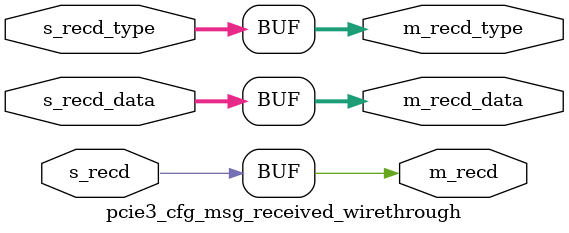
<source format=v>
module pcie3_cfg_msg_received_wirethrough
#(
parameter integer C_RECD_WIDTH = 1,
parameter integer C_HAS_RECD = 1,
parameter integer C_RECD_DATA_WIDTH = 8,
parameter integer C_HAS_RECD_DATA = 1,
parameter integer C_RECD_TYPE_WIDTH = 5,
parameter integer C_HAS_RECD_TYPE = 1
)
(
(* X_INTERFACE_INFO = "xilinx.com:interface:pcie3_cfg_msg_received_rtl:1.0 M_PCIE3_CFG_MSG_RECEIVED recd " *)
 output wire [((C_RECD_WIDTH>0)?C_RECD_WIDTH:1)-1:0] m_recd,
(* X_INTERFACE_INFO = "xilinx.com:interface:pcie3_cfg_msg_received_rtl:1.0 M_PCIE3_CFG_MSG_RECEIVED recd_data " *)
 output wire [((C_RECD_DATA_WIDTH>0)?C_RECD_DATA_WIDTH:1)-1:0] m_recd_data,
(* X_INTERFACE_INFO = "xilinx.com:interface:pcie3_cfg_msg_received_rtl:1.0 M_PCIE3_CFG_MSG_RECEIVED recd_type " *)
 output wire [((C_RECD_TYPE_WIDTH>0)?C_RECD_TYPE_WIDTH:1)-1:0] m_recd_type,
(* X_INTERFACE_INFO = "xilinx.com:interface:pcie3_cfg_msg_received_rtl:1.0 S_PCIE3_CFG_MSG_RECEIVED recd " *)
input wire [((C_RECD_WIDTH>0)?C_RECD_WIDTH:1)-1:0] s_recd,
(* X_INTERFACE_INFO = "xilinx.com:interface:pcie3_cfg_msg_received_rtl:1.0 S_PCIE3_CFG_MSG_RECEIVED recd_data " *)
input wire [((C_RECD_DATA_WIDTH>0)?C_RECD_DATA_WIDTH:1)-1:0] s_recd_data,
(* X_INTERFACE_INFO = "xilinx.com:interface:pcie3_cfg_msg_received_rtl:1.0 S_PCIE3_CFG_MSG_RECEIVED recd_type " *)
input wire [((C_RECD_TYPE_WIDTH>0)?C_RECD_TYPE_WIDTH:1)-1:0] s_recd_type
);
assign m_recd = s_recd;
assign m_recd_data = s_recd_data;
assign m_recd_type = s_recd_type;
endmodule

</source>
